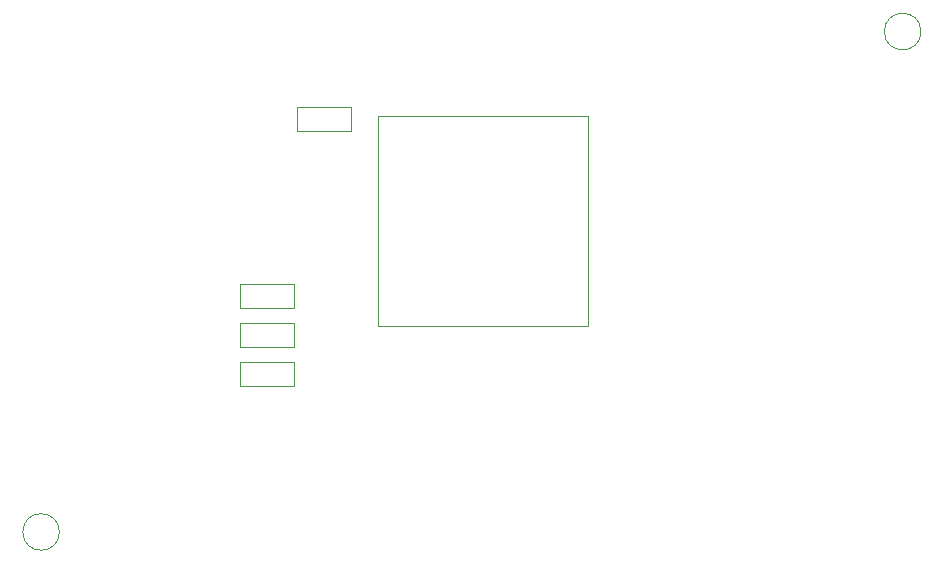
<source format=gbr>
G04 #@! TF.FileFunction,Other,User*
%FSLAX46Y46*%
G04 Gerber Fmt 4.6, Leading zero omitted, Abs format (unit mm)*
G04 Created by KiCad (PCBNEW 4.0.2-stable) date 29/08/2016 23:52:40*
%MOMM*%
G01*
G04 APERTURE LIST*
%ADD10C,0.100000*%
%ADD11C,0.050000*%
G04 APERTURE END LIST*
D10*
D11*
X138928000Y-86096000D02*
X138928000Y-103896000D01*
X156728000Y-86096000D02*
X156728000Y-103896000D01*
X138928000Y-86096000D02*
X156728000Y-86096000D01*
X138928000Y-103896000D02*
X156728000Y-103896000D01*
X132066000Y-85360000D02*
X136666000Y-85360000D01*
X132066000Y-87360000D02*
X136666000Y-87360000D01*
X132066000Y-85360000D02*
X132066000Y-87360000D01*
X136666000Y-85360000D02*
X136666000Y-87360000D01*
X127240000Y-100346000D02*
X131840000Y-100346000D01*
X127240000Y-102346000D02*
X131840000Y-102346000D01*
X127240000Y-100346000D02*
X127240000Y-102346000D01*
X131840000Y-100346000D02*
X131840000Y-102346000D01*
X127240000Y-103648000D02*
X131840000Y-103648000D01*
X127240000Y-105648000D02*
X131840000Y-105648000D01*
X127240000Y-103648000D02*
X127240000Y-105648000D01*
X131840000Y-103648000D02*
X131840000Y-105648000D01*
X127240000Y-106950000D02*
X131840000Y-106950000D01*
X127240000Y-108950000D02*
X131840000Y-108950000D01*
X127240000Y-106950000D02*
X127240000Y-108950000D01*
X131840000Y-106950000D02*
X131840000Y-108950000D01*
X184887200Y-78943200D02*
G75*
G03X184887200Y-78943200I-1550000J0D01*
G01*
X111938400Y-121310400D02*
G75*
G03X111938400Y-121310400I-1550000J0D01*
G01*
M02*

</source>
